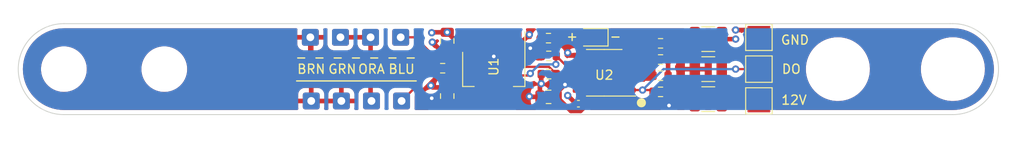
<source format=kicad_pcb>
(kicad_pcb (version 20211014) (generator pcbnew)
  (layers (0 "F.Cu" signal) (1 "In1.Cu" signal) (2 "In2.Cu" signal) (31 "B.Cu" signal) (34 "B.Paste" user) (35 "F.Paste" user) (36 "B.SilkS" user "B.Silkscreen") (37 "F.SilkS" user "F.Silkscreen") (38 "B.Mask" user) (39 "F.Mask" user) (44 "Edge.Cuts" user))
  (net 0 "")
  (net 1 "+12V")
  (net 2 "GND")
  (net 3 "+5V")
  (net 4 "Net-(D1-Pad2)")
  (net 5 "/A")
  (net 6 "/B")
  (net 7 "/LED DI")
  (net 8 "Net-(R5-Pad2)")
  (footprint "TestPoint:TestPoint_Pad_2.5x2.5mm" (layer "F.Cu") (at 101.148 70.5)
    (fp_text reference "J11" hide)
    (fp_text value "GND")
    (fp_line (start 1.45 1.45) (end -1.45 1.45) (layer "F.SilkS") (width 0.12))
    (fp_line (start 1.45 -1.45) (end 1.45 1.45) (layer "F.SilkS") (width 0.12))
    (fp_line (start -1.45 -1.45) (end 1.45 -1.45) (layer "F.SilkS") (width 0.12))
    (fp_line (start -1.45 1.45) (end -1.45 -1.45) (layer "F.SilkS") (width 0.12))
    (pad "1" smd rect (at 0 0) (size 2.5 2.5) (layers "F.Cu" "F.Mask") (net 2 "GND"))
  )
  (footprint "Connector_Wire:SolderWire-0.25sqmm_1x01_D0.65mm_OD1.7mm" (layer "F.Cu") (at 52.1 77.5)
    (fp_text reference "J8" hide)
    (fp_text value "BRN___GND" hide)
    (pad "1" thru_hole roundrect (at 0 0) (size 1.85 1.85) (drill 0.85) (layers *.Cu *.Mask) (roundrect_rratio 0.135135) (net 2 "GND"))
  )
  (footprint "Package_SO:SOIC-8_3.9x4.9mm_P1.27mm" (layer "F.Cu") (at 84.2 74.4 180)
    (fp_text reference "U2" (at 0 -0.254) (layer "F.SilkS"))
    (fp_text value "MAX485E")
    (fp_line (start 0 2.56) (end 1.95 2.56) (layer "F.SilkS") (width 0.12))
    (fp_line (start 0 2.56) (end -1.95 2.56) (layer "F.SilkS") (width 0.12))
    (fp_line (start 0 -2.56) (end -3.45 -2.56) (layer "F.SilkS") (width 0.12))
    (fp_line (start 0 -2.56) (end 1.95 -2.56) (layer "F.SilkS") (width 0.12))
    (pad "1" smd roundrect (at -2.475 -1.905 180) (size 1.95 0.6) (layers "F.Cu" "F.Paste" "F.Mask") (net 7 "/LED DI"))
    (pad "2" smd roundrect (at -2.475 -0.635 180) (size 1.95 0.6) (layers "F.Cu" "F.Paste" "F.Mask") (net 2 "GND"))
    (pad "3" smd roundrect (at -2.475 0.635 180) (size 1.95 0.6) (layers "F.Cu" "F.Paste" "F.Mask") (net 2 "GND"))
    (pad "4" smd roundrect (at -2.475 1.905 180) (size 1.95 0.6) (layers "F.Cu" "F.Paste" "F.Mask") (net 8 "Net-(R5-Pad2)"))
    (pad "5" smd roundrect (at 2.475 1.905 180) (size 1.95 0.6) (layers "F.Cu" "F.Paste" "F.Mask") (net 2 "GND"))
    (pad "6" smd roundrect (at 2.475 0.635 180) (size 1.95 0.6) (layers "F.Cu" "F.Paste" "F.Mask") (net 5 "/A"))
    (pad "7" smd roundrect (at 2.475 -0.635 180) (size 1.95 0.6) (layers "F.Cu" "F.Paste" "F.Mask") (net 6 "/B"))
    (pad "8" smd roundrect (at 2.475 -1.905 180) (size 1.95 0.6) (layers "F.Cu" "F.Paste" "F.Mask") (net 3 "+5V"))
  )
  (footprint "MountingHole:MountingHole_4mm" (layer "F.Cu") (at 36 74)
    (fp_text reference "H3" hide)
    (fp_text value "Strain Relief")
    (pad "" np_thru_hole circle (at 0 0) (size 4 4) (drill 4) (layers *.Cu *.Mask))
  )
  (footprint "Connector_Wire:SolderWire-0.25sqmm_1x01_D0.65mm_OD1.7mm" (layer "F.Cu") (at 55.3 70.5)
    (fp_text reference "J3" hide)
    (fp_text value "GRN. . .12V" hide)
    (pad "1" thru_hole roundrect (at 0 0) (size 1.85 1.85) (drill 0.85) (layers *.Cu *.Mask) (roundrect_rratio 0.135135) (net 1 "+12V"))
  )
  (footprint "Connector_Wire:SolderWire-0.25sqmm_1x01_D0.65mm_OD1.7mm" (layer "F.Cu") (at 58.7 77.5)
    (fp_text reference "J2" hide)
    (fp_text value "ORA___12V" hide)
    (pad "1" thru_hole roundrect (at 0 0) (size 1.85 1.85) (drill 0.85) (layers *.Cu *.Mask) (roundrect_rratio 0.135135) (net 1 "+12V"))
  )
  (footprint "Resistor_SMD:R_0603_1608Metric" (layer "F.Cu") (at 78.122 72.55)
    (fp_text reference "R6" hide)
    (fp_text value "20K")
    (fp_line (start -0.237258 0.5225) (end 0.237258 0.5225) (layer "F.SilkS") (width 0.12))
    (fp_line (start -0.237258 -0.5225) (end 0.237258 -0.5225) (layer "F.SilkS") (width 0.12))
    (pad "1" smd roundrect (at -0.825 0) (size 0.8 0.95) (layers "F.Cu" "F.Paste" "F.Mask") (net 3 "+5V"))
    (pad "2" smd roundrect (at 0.825 0) (size 0.8 0.95) (layers "F.Cu" "F.Paste" "F.Mask") (net 5 "/A"))
  )
  (footprint "Connector_Wire:SolderWire-0.25sqmm_1x01_D0.65mm_OD1.7mm" (layer "F.Cu") (at 61.9 70.5)
    (fp_text reference "J5" hide)
    (fp_text value "BLU. . .B" hide)
    (pad "1" thru_hole roundrect (at 0 0) (size 1.85 1.85) (drill 0.85) (layers *.Cu *.Mask) (roundrect_rratio 0.135135) (net 6 "/B"))
  )
  (footprint "Resistor_SMD:R_0603_1608Metric" (layer "F.Cu") (at 90.372 74.722 180)
    (fp_text reference "R2" hide)
    (fp_text value "10K")
    (fp_line (start -0.237258 -0.5225) (end 0.237258 -0.5225) (layer "F.SilkS") (width 0.12))
    (fp_line (start -0.237258 0.5225) (end 0.237258 0.5225) (layer "F.SilkS") (width 0.12))
    (pad "1" smd roundrect (at -0.825 0 180) (size 0.8 0.95) (layers "F.Cu" "F.Paste" "F.Mask") (net 3 "+5V"))
    (pad "2" smd roundrect (at 0.825 0 180) (size 0.8 0.95) (layers "F.Cu" "F.Paste" "F.Mask") (net 2 "GND"))
  )
  (footprint "TestPoint:TestPoint_Pad_2.5x2.5mm" (layer "F.Cu") (at 101.148 74)
    (fp_text reference "J10" hide)
    (fp_text value "DI")
    (fp_line (start -1.45 1.45) (end -1.45 -1.45) (layer "F.SilkS") (width 0.12))
    (fp_line (start -1.45 -1.45) (end 1.45 -1.45) (layer "F.SilkS") (width 0.12))
    (fp_line (start 1.45 -1.45) (end 1.45 1.45) (layer "F.SilkS") (width 0.12))
    (fp_line (start 1.45 1.45) (end -1.45 1.45) (layer "F.SilkS") (width 0.12))
    (pad "1" smd rect (at 0 0) (size 2.5 2.5) (layers "F.Cu" "F.Mask") (net 7 "/LED DI"))
  )
  (footprint "Capacitor_SMD:C_0805_2012Metric" (layer "F.Cu") (at 78.104 77.05 180)
    (fp_text reference "C2" hide)
    (fp_text value "10uF")
    (fp_line (start -0.261252 0.735) (end 0.261252 0.735) (layer "F.SilkS") (width 0.12))
    (fp_line (start -0.261252 -0.735) (end 0.261252 -0.735) (layer "F.SilkS") (width 0.12))
    (pad "1" smd roundrect (at -0.95 0 180) (size 1 1.45) (layers "F.Cu" "F.Paste" "F.Mask") (net 3 "+5V"))
    (pad "2" smd roundrect (at 0.95 0 180) (size 1 1.45) (layers "F.Cu" "F.Paste" "F.Mask") (net 2 "GND"))
  )
  (footprint "Capacitor_SMD:C_1210_3225Metric" (layer "F.Cu") (at 95.6 77.304 180)
    (fp_text reference "C5" hide)
    (fp_text value "100uF 16V")
    (fp_line (start -0.711252 -1.36) (end 0.711252 -1.36) (layer "F.SilkS") (width 0.12))
    (fp_line (start -0.711252 1.36) (end 0.711252 1.36) (layer "F.SilkS") (width 0.12))
    (pad "1" smd roundrect (at -1.475 0 180) (size 1.15 2.7) (layers "F.Cu" "F.Paste" "F.Mask") (roundrect_rratio 0.217391) (net 1 "+12V"))
    (pad "2" smd roundrect (at 1.475 0 180) (size 1.15 2.7) (layers "F.Cu" "F.Paste" "F.Mask") (roundrect_rratio 0.217391) (net 2 "GND"))
  )
  (footprint "Resistor_SMD:R_0603_1608Metric" (layer "F.Cu") (at 90.372 72.944 180)
    (fp_text reference "R3" hide)
    (fp_text value "10K")
    (fp_line (start -0.237258 0.5225) (end 0.237258 0.5225) (layer "F.SilkS") (width 0.12))
    (fp_line (start -0.237258 -0.5225) (end 0.237258 -0.5225) (layer "F.SilkS") (width 0.12))
    (pad "1" smd roundrect (at -0.825 0 180) (size 0.8 0.95) (layers "F.Cu" "F.Paste" "F.Mask") (net 3 "+5V"))
    (pad "2" smd roundrect (at 0.825 0 180) (size 0.8 0.95) (layers "F.Cu" "F.Paste" "F.Mask") (net 2 "GND"))
  )
  (footprint "Capacitor_SMD:C_1210_3225Metric" (layer "F.Cu") (at 95.6 74.002 180)
    (fp_text reference "C6" hide)
    (fp_text value "100uF 16V")
    (fp_line (start -0.711252 1.36) (end 0.711252 1.36) (layer "F.SilkS") (width 0.12))
    (fp_line (start -0.711252 -1.36) (end 0.711252 -1.36) (layer "F.SilkS") (width 0.12))
    (pad "1" smd roundrect (at -1.475 0 180) (size 1.15 2.7) (layers "F.Cu" "F.Paste" "F.Mask") (roundrect_rratio 0.217391) (net 1 "+12V"))
    (pad "2" smd roundrect (at 1.475 0 180) (size 1.15 2.7) (layers "F.Cu" "F.Paste" "F.Mask") (roundrect_rratio 0.217391) (net 2 "GND"))
  )
  (footprint "TestPoint:TestPoint_Pad_2.5x2.5mm" (layer "F.Cu") (at 101.148 77.5)
    (fp_text reference "J9" hide)
    (fp_text value "12V")
    (fp_line (start -1.45 1.45) (end -1.45 -1.45) (layer "F.SilkS") (width 0.12))
    (fp_line (start -1.45 -1.45) (end 1.45 -1.45) (layer "F.SilkS") (width 0.12))
    (fp_line (start 1.45 1.45) (end -1.45 1.45) (layer "F.SilkS") (width 0.12))
    (fp_line (start 1.45 -1.45) (end 1.45 1.45) (layer "F.SilkS") (width 0.12))
    (pad "1" smd rect (at 0 0) (size 2.5 2.5) (layers "F.Cu" "F.Mask") (net 1 "+12V"))
  )
  (footprint "Capacitor_SMD:C_0805_2012Metric" (layer "F.Cu") (at 67 70.9 -90)
    (fp_text reference "C1" hide)
    (fp_text value "10uF")
    (fp_line (start -0.261252 0.735) (end 0.261252 0.735) (layer "F.SilkS") (width 0.12))
    (fp_line (start -0.261252 -0.735) (end 0.261252 -0.735) (layer "F.SilkS") (width 0.12))
    (pad "1" smd roundrect (at -0.95 0 270) (size 1 1.45) (layers "F.Cu" "F.Paste" "F.Mask") (net 1 "+12V"))
    (pad "2" smd roundrect (at 0.95 0 270) (size 1 1.45) (layers "F.Cu" "F.Paste" "F.Mask") (net 2 "GND"))
  )
  (footprint "Resistor_SMD:R_0603_1608Metric" (layer "F.Cu") (at 78.122 74.55 180)
    (fp_text reference "R7" hide)
    (fp_text value "20K")
    (fp_line (start -0.237258 0.5225) (end 0.237258 0.5225) (layer "F.SilkS") (width 0.12))
    (fp_line (start -0.237258 -0.5225) (end 0.237258 -0.5225) (layer "F.SilkS") (width 0.12))
    (pad "1" smd roundrect (at -0.825 0 180) (size 0.8 0.95) (layers "F.Cu" "F.Paste" "F.Mask") (net 6 "/B"))
    (pad "2" smd roundrect (at 0.825 0 180) (size 0.8 0.95) (layers "F.Cu" "F.Paste" "F.Mask") (net 2 "GND"))
  )
  (footprint "MountingHole:MountingHole_6mm" (layer "F.Cu") (at 122.4 74)
    (fp_text reference "H4" hide)
    (fp_text value "Strain Relief")
    (pad "" np_thru_hole circle (at 0 0) (size 6 6) (drill 6) (layers *.Cu *.Mask))
  )
  (footprint "Capacitor_SMD:C_0402_1005Metric" (layer "F.Cu") (at 81.372 77.8 180)
    (fp_text reference "C4" hide)
    (fp_text value "0.1uF")
    (fp_line (start -0.107836 -0.36) (end 0.107836 -0.36) (layer "F.SilkS") (width 0.12))
    (fp_line (start -0.107836 0.36) (end 0.107836 0.36) (layer "F.SilkS") (width 0.12))
    (pad "1" smd roundrect (at -0.48 0 180) (size 0.56 0.62) (layers "F.Cu" "F.Paste" "F.Mask") (net 3 "+5V"))
    (pad "2" smd roundrect (at 0.48 0 180) (size 0.56 0.62) (layers "F.Cu" "F.Paste" "F.Mask") (net 2 "GND"))
  )
  (footprint "Connector_Wire:SolderWire-0.25sqmm_1x01_D0.65mm_OD1.7mm" (layer "F.Cu") (at 58.6 70.5)
    (fp_text reference "J1" hide)
    (fp_text value "ORA. . .12V" hide)
    (pad "1" thru_hole roundrect (at 0 0) (size 1.85 1.85) (drill 0.85) (layers *.Cu *.Mask) (roundrect_rratio 0.135135) (net 1 "+12V"))
  )
  (footprint "Resistor_SMD:R_0603_1608Metric" (layer "F.Cu") (at 78.0925 70.594)
    (fp_text reference "R4" hide)
    (fp_text value "1K")
    (fp_line (start -0.237258 -0.5225) (end 0.237258 -0.5225) (layer "F.SilkS") (width 0.12))
    (fp_line (start -0.237258 0.5225) (end 0.237258 0.5225) (layer "F.SilkS") (width 0.12))
    (pad "1" smd roundrect (at -0.825 0) (size 0.8 0.95) (layers "F.Cu" "F.Paste" "F.Mask") (net 3 "+5V"))
    (pad "2" smd roundrect (at 0.825 0) (size 0.8 0.95) (layers "F.Cu" "F.Paste" "F.Mask") (net 4 "Net-(D1-Pad2)"))
  )
  (footprint "Resistor_SMD:R_0603_1608Metric" (layer "F.Cu") (at 90.372 71.166 180)
    (fp_text reference "R5" hide)
    (fp_text value "10K")
    (fp_line (start -0.237258 -0.5225) (end 0.237258 -0.5225) (layer "F.SilkS") (width 0.12))
    (fp_line (start -0.237258 0.5225) (end 0.237258 0.5225) (layer "F.SilkS") (width 0.12))
    (pad "1" smd roundrect (at -0.825 0 180) (size 0.8 0.95) (layers "F.Cu" "F.Paste" "F.Mask") (net 3 "+5V"))
    (pad "2" smd roundrect (at 0.825 0 180) (size 0.8 0.95) (layers "F.Cu" "F.Paste" "F.Mask") (net 8 "Net-(R5-Pad2)"))
  )
  (footprint "MountingHole:MountingHole_4mm" (layer "F.Cu") (at 25 74)
    (fp_text reference "H1" hide)
    (fp_text value "Strain Relief")
    (pad "" np_thru_hole circle (at 0 0) (size 4 4) (drill 4) (layers *.Cu *.Mask))
  )
  (footprint "Connector_Wire:SolderWire-0.25sqmm_1x01_D0.65mm_OD1.7mm" (layer "F.Cu") (at 55.4 77.5)
    (fp_text reference "J6" hide)
    (fp_text value "GRN___GND" hide)
    (pad "1" thru_hole roundrect (at 0 0) (size 1.85 1.85) (drill 0.85) (layers *.Cu *.Mask) (roundrect_rratio 0.135135) (net 2 "GND"))
  )
  (footprint "Connector_Wire:SolderWire-0.25sqmm_1x01_D0.65mm_OD1.7mm" (layer "F.Cu") (at 52 70.5)
    (fp_text reference "J7" hide)
    (fp_text value "BRN. . .GND" hide)
    (pad "1" thru_hole roundrect (at 0 0) (size 1.85 1.85) (drill 0.85) (layers *.Cu *.Mask) (roundrect_rratio 0.135135) (net 2 "GND"))
  )
  (footprint "MountingHole:MountingHole_6mm" (layer "F.Cu") (at 109.8 74)
    (fp_text reference "H2" hide)
    (fp_text value "Strain Relief")
    (pad "" np_thru_hole circle (at 0 0) (size 6 6) (drill 6) (layers *.Cu *.Mask))
  )
  (footprint "LED_SMD:LED_0805_2012Metric" (layer "F.Cu") (at 82.9345 70.5 180)
    (fp_text reference "D1" hide)
    (fp_text value "LED")
    (fp_line (start -1.685 -0.96) (end -1.685 0.96) (layer "F.SilkS") (width 0.12))
    (fp_line (start 1 -0.96) (end -1.685 -0.96) (layer "F.SilkS") (width 0.12))
    (fp_line (start -1.685 0.96) (end 1 0.96) (layer "F.SilkS") (width 0.12))
    (pad "1" smd roundrect (at -0.9375 0 180) (size 0.975 1.4) (layers "F.Cu" "F.Paste" "F.Mask") (net 2 "GND"))
    (pad "2" smd roundrect (at 0.9375 0 180) (size 0.975 1.4) (layers "F.Cu" "F.Paste" "F.Mask") (net 4 "Net-(D1-Pad2)"))
  )
  (footprint "Capacitor_SMD:C_0805_2012Metric" (layer "F.Cu") (at 67 76.962 90)
    (fp_text reference "C3" hide)
    (fp_text value "22uF")
    (fp_line (start -0.261252 -0.735) (end 0.261252 -0.735) (layer "F.SilkS") (width 0.12))
    (fp_line (start -0.261252 0.735) (end 0.261252 0.735) (layer "F.SilkS") (width 0.12))
    (pad "1" smd roundrect (at -0.95 0 90) (size 1 1.45) (layers "F.Cu" "F.Paste" "F.Mask") (net 3 "+5V"))
    (pad "2" smd roundrect (at 0.95 0 90) (size 1 1.45) (layers "F.Cu" "F.Paste" "F.Mask") (net 2 "GND"))
  )
  (footprint "Capacitor_SMD:C_1210_3225Metric" (layer "F.Cu") (at 95.6 70.7 180)
    (fp_text reference "C7" hide)
    (fp_text value "100uF 16V")
    (fp_line (start -0.711252 -1.36) (end 0.711252 -1.36) (layer "F.SilkS") (width 0.12))
    (fp_line (start -0.711252 1.36) (end 0.711252 1.36) (layer "F.SilkS") (width 0.12))
    (pad "1" smd roundrect (at -1.475 0 180) (size 1.15 2.7) (layers "F.Cu" "F.Paste" "F.Mask") (roundrect_rratio 0.217391) (net 1 "+12V"))
    (pad "2" smd roundrect (at 1.475 0 180) (size 1.15 2.7) (layers "F.Cu" "F.Paste" "F.Mask") (roundrect_rratio 0.217391) (net 2 "GND"))
  )
  (footprint "Resistor_SMD:R_0603_1608Metric" (layer "F.Cu") (at 66.5 73.9 180)
    (fp_text reference "R8" hide)
    (fp_text value "120")
    (fp_line (start -0.237258 0.5225) (end 0.237258 0.5225) (layer "F.SilkS") (width 0.12))
    (fp_line (start -0.237258 -0.5225) (end 0.237258 -0.5225) (layer "F.SilkS") (width 0.12))
    (pad "1" smd roundrect (at -0.825 0 180) (size 0.8 0.95) (layers "F.Cu" "F.Paste" "F.Mask") (net 6 "/B"))
    (pad "2" smd roundrect (at 0.825 0 180) (size 0.8 0.95) (layers "F.Cu" "F.Paste" "F.Mask") (net 5 "/A"))
  )
  (footprint "Resistor_SMD:R_0603_1608Metric" (layer "F.Cu") (at 90.372 76.5 180)
    (fp_text reference "R1" hide)
    (fp_text value "10K")
    (fp_line (start -0.237258 -0.5225) (end 0.237258 -0.5225) (layer "F.SilkS") (width 0.12))
    (fp_line (start -0.237258 0.5225) (end 0.237258 0.5225) (layer "F.SilkS") (width 0.12))
    (pad "1" smd roundrect (at -0.825 0 180) (size 0.8 0.95) (layers "F.Cu" "F.Paste" "F.Mask") (net 3 "+5V"))
    (pad "2" smd roundrect (at 0.825 0 180) (size 0.8 0.95) (layers "F.Cu" "F.Paste" "F.Mask") (net 7 "/LED DI"))
  )
  (footprint "Connector_Wire:SolderWire-0.25sqmm_1x01_D0.65mm_OD1.7mm" (layer "F.Cu") (at 62 77.5)
    (fp_text reference "J4" hide)
    (fp_text value "BLU___A" hide)
    (pad "1" thru_hole roundrect (at 0 0) (size 1.85 1.85) (drill 0.85) (layers *.Cu *.Mask) (roundrect_rratio 0.135135) (net 5 "/A"))
  )
  (footprint "Package_TO_SOT_SMD:SOT-223-3_TabPin2" (layer "F.Cu") (at 72.1 74 -90)
    (fp_text reference "U1" (at -0.254 0 90) (layer "F.SilkS"))
    (fp_text value "AMS1117-5.0")
    (fp_line (start -1.85 3.41) (end 1.91 3.41) (layer "F.SilkS") (width 0.12))
    (fp_line (start -4.1 -3.41) (end 1.91 -3.41) (layer "F.SilkS") (width 0.12))
    (fp_line (start 1.91 -3.41) (end 1.91 -2.15) (layer "F.SilkS") (width 0.12))
    (fp_line (start 1.91 3.41) (end 1.91 2.15) (layer "F.SilkS") (width 0.12))
    (pad "1" smd rect (at -3.15 -2.3 270) (size 2 1.5) (layers "F.Cu" "F.Paste" "F.Mask") (net 2 "GND"))
    (pad "2" smd rect (at 3.15 0 270) (size 2 3.8) (layers "F.Cu" "F.Paste" "F.Mask") (net 3 "+5V"))
    (pad "2" smd rect (at -3.15 0 270) (size 2 1.5) (layers "F.Cu" "F.Paste" "F.Mask") (net 3 "+5V"))
    (pad "3" smd rect (at -3.15 2.3 270) (size 2 1.5) (layers "F.Cu" "F.Paste" "F.Mask") (net 1 "+12V"))
  )
  (gr_line (start 50.5 75.3) (end 63.6 75.3) (layer "F.SilkS") (width 0.15))
  (gr_circle (center 88.272 77.7) (end 88.522 77.7) (layer "F.SilkS") (width 0.5) (fill none))
  (gr_line (start 25 69) (end 122.1 69) (layer "Edge.Cuts") (width 0.1))
  (gr_line (start 122.1 69) (end 122.4 69) (layer "Edge.Cuts") (width 0.1))
  (gr_line (start 25 79) (end 122.4 79) (layer "Edge.Cuts") (width 0.1))
  (gr_arc (start 122.4 69) (mid 127.4 74) (end 122.4 79) (layer "Edge.Cuts") (width 0.1))
  (gr_arc (start 25 79) (mid 20 74) (end 25 69) (layer "Edge.Cuts") (width 0.1))
  (gr_text "BLU" (at 62 74) (layer "F.SilkS") (effects (font (size 1 1))))
  (gr_text "DO" (at 104.7 74) (layer "F.SilkS") (effects (font (size 1 1))))
  (gr_text "-" (at 85.4345 70.4) (layer "F.SilkS") (effects (font (size 1 1))))
  (gr_text "12V" (at 105 77.4) (layer "F.SilkS") (effects (font (size 1 1))))
  (gr_text "GRN" (at 55.5 74) (layer "F.SilkS") (effects (font (size 1 1))))
  (gr_text "ORA" (at 58.7 74) (layer "F.SilkS") (effects (font (size 1 1))))
  (gr_text "- - - - - - -" (at 57 72.7) (layer "F.SilkS") (effects (font (size 1 1))))
  (gr_text "GND" (at 105.1 70.8) (layer "F.SilkS") (effects (font (size 1 1))))
  (gr_text "+" (at 80.6845 70.4) (layer "F.SilkS") (effects (font (size 1 1))))
  (gr_text "BRN" (at 52.1 74) (layer "F.SilkS") (effects (font (size 1 1))))
  (segment (start 67.9 70.85) (end 67 69.95) (width 0.5) (layer "F.Cu") (net 1))
  (segment (start 58.6 70.5) (end 58.6 77.4) (width 0.5) (layer "F.Cu") (net 1))
  (segment (start 58.6 77.4) (end 58.7 77.5) (width 0.5) (layer "F.Cu") (net 1))
  (segment (start 97.075 70.7) (end 98.6 70.7) (width 0.5) (layer "F.Cu") (net 1))
  (segment (start 100.982 77.304) (end 101.148 77.47) (width 0.5) (layer "F.Cu") (net 1))
  (segment (start 69.8 70.85) (end 67.9 70.85) (width 0.5) (layer "F.Cu") (net 1))
  (segment (start 97.075 70.7) (end 97.075 74.002) (width 0.5) (layer "F.Cu") (net 1))
  (segment (start 97.075 74.002) (end 97.075 77.304) (width 0.5) (layer "F.Cu") (net 1))
  (segment (start 67 69.95) (end 65.35 69.95) (width 0.5) (layer "F.Cu") (net 1))
  (segment (start 65.35 69.95) (end 65.3 70) (width 0.5) (layer "F.Cu") (net 1))
  (segment (start 55.3 70.5) (end 58.6 70.5) (width 0.5) (layer "F.Cu") (net 1))
  (segment (start 97.075 77.304) (end 100.982 77.304) (width 0.5) (layer "F.Cu") (net 1))
  (via (at 98.6 70.7) (size 0.8) (drill 0.4) (layers "F.Cu" "B.Cu") (net 1))
  (via (at 67 69.95) (size 0.8) (drill 0.4) (layers "F.Cu" "B.Cu") (net 1))
  (via (at 65.3 70) (size 0.8) (drill 0.4) (layers "F.Cu" "B.Cu") (net 1))
  (segment (start 76.05 77.05) (end 76 77) (width 0.5) (layer "F.Cu") (net 2))
  (segment (start 80.892 77.8) (end 80.892 77.592) (width 0.5) (layer "F.Cu") (net 2))
  (segment (start 66.183141 71.85) (end 65.36657 71.033429) (width 0.5) (layer "F.Cu") (net 2))
  (segment (start 77.297 75.597) (end 77.3 75.6) (width 0.5) (layer "F.Cu") (net 2))
  (segment (start 67 71.85) (end 66.183141 71.85) (width 0.5) (layer "F.Cu") (net 2))
  (segment (start 100.348 69.7) (end 98.6 69.7) (width 0.5) (layer "F.Cu") (net 2))
  (segment (start 65.412 76.012) (end 65.2 75.8) (width 0.5) (layer "F.Cu") (net 2))
  (segment (start 77.154 77.05) (end 76.05 77.05) (width 0.5) (layer "F.Cu") (net 2))
  (segment (start 75.35 70.85) (end 76 70.2) (width 0.5) (layer "F.Cu") (net 2))
  (segment (start 89.234 75.035) (end 89.547 74.722) (width 0.5) (layer "F.Cu") (net 2))
  (segment (start 52.1 77.5) (end 52.1 70.6) (width 0.5) (layer "F.Cu") (net 2))
  (segment (start 86.675 73.765) (end 86.675 75.035) (width 0.5) (layer "F.Cu") (net 2))
  (segment (start 67 76.012) (end 65.412 76.012) (width 0.5) (layer "F.Cu") (net 2))
  (segment (start 52.1 70.6) (end 52 70.5) (width 0.5) (layer "F.Cu") (net 2))
  (segment (start 89.547 72.944) (end 89.547 74.722) (width 0.5) (layer "F.Cu") (net 2))
  (segment (start 81.725 72.495) (end 80.495 72.495) (width 0.5) (layer "F.Cu") (net 2))
  (segment (start 80.495 72.495) (end 80.2 72.2) (width 0.5) (layer "F.Cu") (net 2))
  (segment (start 77.297 74.55) (end 77.297 75.597) (width 0.5) (layer "F.Cu") (net 2))
  (segment (start 74.4 70.85) (end 75.35 70.85) (width 0.5) (layer "F.Cu") (net 2))
  (segment (start 101.148 70.5) (end 100.348 69.7) (width 0.5) (layer "F.Cu") (net 2))
  (segment (start 55.4 77.5) (end 52.1 77.5) (width 0.5) (layer "F.Cu") (net 2))
  (segment (start 86.675 75.035) (end 89.234 75.035) (width 0.5) (layer "F.Cu") (net 2))
  (segment (start 80.892 77.592) (end 80.2 76.9) (width 0.5) (layer "F.Cu") (net 2))
  (via (at 76 70.2) (size 0.8) (drill 0.4) (layers "F.Cu" "B.Cu") (net 2))
  (via (at 98.6 69.7) (size 0.8) (drill 0.4) (layers "F.Cu" "B.Cu") (net 2))
  (via (at 77.3 75.6) (size 0.8) (drill 0.4) (layers "F.Cu" "B.Cu") (net 2))
  (via (at 80.2 76.9) (size 0.8) (drill 0.4) (layers "F.Cu" "B.Cu") (net 2))
  (via (at 65.36657 71.033429) (size 0.8) (drill 0.4) (layers "F.Cu" "B.Cu") (net 2))
  (via (at 76 77) (size 0.8) (drill 0.4) (layers "F.Cu" "B.Cu") (net 2))
  (via (at 65.2 75.8) (size 0.8) (drill 0.4) (layers "F.Cu" "B.Cu") (net 2))
  (via (at 80.2 72.2) (size 0.8) (drill 0.4) (layers "F.Cu" "B.Cu") (net 2))
  (segment (start 72.1 77.15) (end 71.338 77.912) (width 1) (layer "F.Cu") (net 3))
  (segment (start 72.1 70.85) (end 72.1 72.6) (width 0.5) (layer "F.Cu") (net 3))
  (segment (start 81.725 76.305) (end 81.725 77.673) (width 0.5) (layer "F.Cu") (net 3))
  (segment (start 77.297 72.55) (end 77.297 70.6235) (width 1) (layer "F.Cu") (net 3))
  (segment (start 77.297 72.55) (end 76.95 72.55) (width 1) (layer "F.Cu") (net 3))
  (segment (start 81.852 77.8) (end 81.852 78.348) (width 0.5) (layer "F.Cu") (net 3))
  (segment (start 79.054 76.546) (end 79.9 75.7) (width 0.5) (layer "F.Cu") (net 3))
  (segment (start 79.054 77.105707) (end 79.054 77.05) (width 0.5) (layer "F.Cu") (net 3))
  (segment (start 91.197 72.944) (end 91.197 74.722) (width 0.5) (layer "F.Cu") (net 3))
  (segment (start 81.725 77.673) (end 81.852 77.8) (width 0.5) (layer "F.Cu") (net 3))
  (segment (start 80.548293 78.6) (end 79.054 77.105707) (width 0.5) (layer "F.Cu") (net 3))
  (segment (start 67 77.912) (end 66.012 77.912) (width 1) (layer "F.Cu") (net 3))
  (segment (start 71.338 77.912) (end 67 77.912) (width 1) (layer "F.Cu") (net 3))
  (segment (start 77.297 70.6235) (end 77.2675 70.594) (width 1) (layer "F.Cu") (net 3))
  (segment (start 66.012 77.912) (end 65.3 77.2) (width 1) (layer "F.Cu") (net 3))
  (segment (start 91.197 74.722) (end 91.197 76.5) (width 0.5) (layer "F.Cu") (net 3))
  (segment (start 81.6 78.6) (end 80.548293 78.6) (width 0.5) (layer "F.Cu") (net 3))
  (segment (start 79.054 77.05) (end 79.054 76.546) (width 0.5) (layer "F.Cu") (net 3))
  (segment (start 91.197 76.5) (end 91.197 77.897) (width 0.5) (layer "F.Cu") (net 3))
  (segment (start 91.197 77.897) (end 91.3 78) (width 0.5) (layer "F.Cu") (net 3))
  (segment (start 76.95 72.55) (end 76.1 71.7) (width 1) (layer "F.Cu") (net 3))
  (segment (start 81.852 78.348) (end 81.6 78.6) (width 0.5) (layer "F.Cu") (net 3))
  (segment (start 91.197 71.166) (end 91.197 72.944) (width 0.5) (layer "F.Cu") (net 3))
  (via (at 76.1 71.7) (size 0.8) (drill 0.4) (layers "F.Cu" "B.Cu") (net 3))
  (via (at 79.9 75.7) (size 0.8) (drill 0.4) (layers "F.Cu" "B.Cu") (net 3))
  (via (at 65.3 77.2) (size 0.8) (drill 0.4) (layers "F.Cu" "B.Cu") (net 3))
  (via (at 72.1 72.6) (size 0.8) (drill 0.4) (layers "F.Cu" "B.Cu") (net 3))
  (via (at 91.3 78) (size 0.8) (drill 0.4) (layers "F.Cu" "B.Cu") (net 3))
  (segment (start 81.903 70.594) (end 81.997 70.5) (width 0.25) (layer "F.Cu") (net 4))
  (segment (start 78.9175 70.594) (end 81.903 70.594) (width 0.25) (layer "F.Cu") (net 4))
  (segment (start 62 77.5) (end 65.6 73.9) (width 0.25) (layer "F.Cu") (net 5))
  (segment (start 65.6 73.9) (end 65.675 73.9) (width 0.25) (layer "F.Cu") (net 5))
  (segment (start 75.87546 74.69952) (end 76.1 74.47498) (width 0.25) (layer "F.Cu") (net 5))
  (segment (start 80.162 73.765) (end 81.725 73.765) (width 0.25) (layer "F.Cu") (net 5))
  (segment (start 65.675 73.9) (end 66.47452 74.69952) (width 0.25) (layer "F.Cu") (net 5))
  (segment (start 78.9 73.4755) (end 78.9 72.597) (width 0.25) (layer "F.Cu") (net 5))
  (segment (start 78.947 72.55) (end 80.162 73.765) (width 0.25) (layer "F.Cu") (net 5))
  (segment (start 78.9 72.597) (end 78.947 72.55) (width 0.25) (layer "F.Cu") (net 5))
  (segment (start 66.47452 74.69952) (end 75.87546 74.69952) (width 0.25) (layer "F.Cu") (net 5))
  (via (at 78.9 73.4755) (size 0.8) (drill 0.4) (layers "F.Cu" "B.Cu") (net 5))
  (via (at 76.1 74.47498) (size 0.8) (drill 0.4) (layers "F.Cu" "B.Cu") (net 5))
  (segment (start 76.1 74.47498) (end 77.09948 73.4755) (width 0.25) (layer "B.Cu") (net 5))
  (segment (start 77.09948 73.4755) (end 78.9 73.4755) (width 0.25) (layer "B.Cu") (net 5))
  (segment (start 67.47452 73.75048) (end 78.14748 73.75048) (width 0.25) (layer "F.Cu") (net 6))
  (segment (start 66.325 72.9) (end 67.007142 73.582142) (width 0.25) (layer "F.Cu") (net 6))
  (segment (start 61.9 70.5) (end 63.491783 70.5) (width 0.25) (layer "F.Cu") (net 6))
  (segment (start 65.891783 72.9) (end 66.325 72.9) (width 0.25) (layer "F.Cu") (net 6))
  (segment (start 81.24 74.55) (end 81.725 75.035) (width 0.25) (layer "F.Cu") (net 6))
  (segment (start 63.491783 70.5) (end 65.891783 72.9) (width 0.25) (layer "F.Cu") (net 6))
  (segment (start 78.947 74.55) (end 81.24 74.55) (width 0.25) (layer "F.Cu") (net 6))
  (segment (start 78.14748 73.75048) (end 78.947 74.55) (width 0.25) (layer "F.Cu") (net 6))
  (segment (start 67.325 73.9) (end 67.47452 73.75048) (width 0.25) (layer "F.Cu") (net 6))
  (segment (start 86.68 76.3) (end 86.675 76.305) (width 0.25) (layer "F.Cu") (net 7))
  (segment (start 88.4 76.3) (end 89.347 76.3) (width 0.25) (layer "F.Cu") (net 7))
  (segment (start 88.4 76.3) (end 86.68 76.3) (width 0.25) (layer "F.Cu") (net 7))
  (segment (start 89.347 76.3) (end 89.547 76.5) (width 0.25) (layer "F.Cu") (net 7))
  (segment (start 101.148 74) (end 98.6 74) (width 0.25) (layer "F.Cu") (net 7))
  (via (at 98.6 74) (size 0.8) (drill 0.4) (layers "F.Cu" "B.Cu") (net 7))
  (via (at 88.4 76.3) (size 0.8) (drill 0.4) (layers "F.Cu" "B.Cu") (net 7))
  (segment (start 90.7 74) (end 88.4 76.3) (width 0.25) (layer "B.Cu") (net 7))
  (segment (start 98.6 74) (end 90.7 74) (width 0.25) (layer "B.Cu") (net 7))
  (segment (start 88.218 72.495) (end 89.547 71.166) (width 0.25) (layer "F.Cu") (net 8))
  (segment (start 86.675 72.495) (end 88.218 72.495) (width 0.25) (layer "F.Cu") (net 8))
  (zone (net 2) (net_name "GND") (layer "F.Cu") (connect_pads (clearance 0.508)) (min_thickness 0.254) (fill yes (thermal_gap 0.508) (thermal_bridge_width 0.508))
    (polygon (pts (xy 130.1 82.1) (xy 18.2 81.2) (xy 18.3 66.9) (xy 18.2 66.8) (xy 130.1 66.4)))
  )
  (zone (net 3) (net_name "+5V") (layer "B.Cu") (connect_pads (clearance 0.508)) (min_thickness 0.254) (fill yes (thermal_gap 0.508) (thermal_bridge_width 0.508))
    (polygon (pts (xy 130.2 81.9) (xy 18.2 81.1) (xy 18.6 67) (xy 18.5 66.8) (xy 129.8 66.4)))
  )
)
</source>
